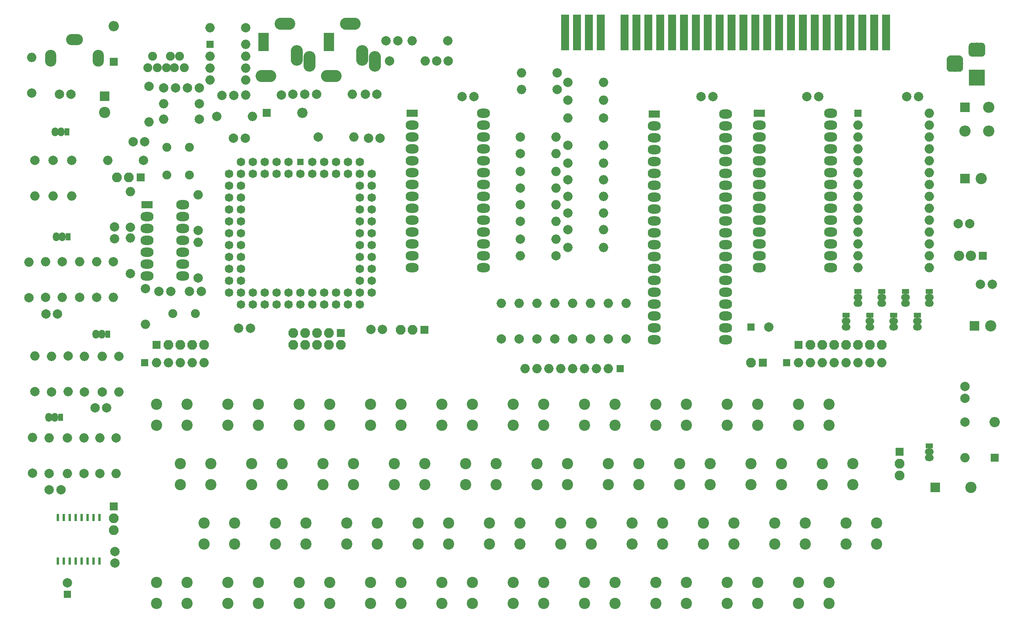
<source format=gbr>
G04 #@! TF.GenerationSoftware,KiCad,Pcbnew,5.0.0-rc2-be01b52~65~ubuntu18.04.1*
G04 #@! TF.CreationDate,2018-06-08T14:45:29+04:00*
G04 #@! TF.ProjectId,max48_ISSUE4,6D617834385F4953535545342E6B6963,rev?*
G04 #@! TF.SameCoordinates,Original*
G04 #@! TF.FileFunction,Soldermask,Top*
G04 #@! TF.FilePolarity,Negative*
%FSLAX46Y46*%
G04 Gerber Fmt 4.6, Leading zero omitted, Abs format (unit mm)*
G04 Created by KiCad (PCBNEW 5.0.0-rc2-be01b52~65~ubuntu18.04.1) date Fri Jun  8 14:45:29 2018*
%MOMM*%
%LPD*%
G01*
G04 APERTURE LIST*
%ADD10C,1.900000*%
%ADD11R,1.778000X7.620000*%
%ADD12R,2.400000X1.600000*%
%ADD13O,2.800000X2.000000*%
%ADD14R,1.600000X1.600000*%
%ADD15C,2.000000*%
%ADD16R,1.500000X1.050000*%
%ADD17O,1.900000X1.450000*%
%ADD18C,2.400000*%
%ADD19O,2.000000X2.000000*%
%ADD20R,2.000000X2.000000*%
%ADD21O,2.400000X2.400000*%
%ADD22R,3.500000X3.500000*%
%ADD23C,0.100000*%
%ADD24C,3.000000*%
%ADD25C,3.500000*%
%ADD26R,1.800000X1.800000*%
%ADD27O,2.200000X2.200000*%
%ADD28R,2.200000X4.000000*%
%ADD29O,4.400000X2.600000*%
%ADD30O,2.600000X4.400000*%
%ADD31R,1.700000X1.700000*%
%ADD32O,2.100000X2.100000*%
%ADD33C,1.822400*%
%ADD34R,1.422400X1.422400*%
%ADD35O,1.450000X1.900000*%
%ADD36R,1.050000X1.500000*%
%ADD37R,0.600000X1.500000*%
%ADD38O,2.398980X3.597860*%
%ADD39O,3.597860X2.398980*%
%ADD40C,1.901140*%
G04 APERTURE END LIST*
D10*
G04 #@! TO.C,Y1*
X66749000Y-57658000D03*
X61849000Y-57658000D03*
G04 #@! TD*
D11*
G04 #@! TO.C,J3*
X215592000Y-27154500D03*
X213052000Y-27154500D03*
X210512000Y-27154500D03*
X207972000Y-27154500D03*
X205432000Y-27154500D03*
X202892000Y-27154500D03*
X200352000Y-27154500D03*
X197812000Y-27154500D03*
X195272000Y-27154500D03*
X192732000Y-27154500D03*
X190192000Y-27154500D03*
X187652000Y-27154500D03*
X185112000Y-27154500D03*
X182572000Y-27154500D03*
X180032000Y-27154500D03*
X177492000Y-27154500D03*
X174952000Y-27154500D03*
X172412000Y-27154500D03*
X169872000Y-27154500D03*
X167332000Y-27154500D03*
X164792000Y-27154500D03*
X162252000Y-27154500D03*
X159712000Y-27154500D03*
X154632000Y-27154500D03*
X152092000Y-27154500D03*
X149552000Y-27154500D03*
X147012000Y-27154500D03*
G04 #@! TD*
D12*
G04 #@! TO.C,U1*
X165989000Y-44577000D03*
D13*
X181229000Y-92837000D03*
X165989000Y-47117000D03*
X181229000Y-90297000D03*
X165989000Y-49657000D03*
X181229000Y-87757000D03*
X165989000Y-52197000D03*
X181229000Y-85217000D03*
X165989000Y-54737000D03*
X181229000Y-82677000D03*
X165989000Y-57277000D03*
X181229000Y-80137000D03*
X165989000Y-59817000D03*
X181229000Y-77597000D03*
X165989000Y-62357000D03*
X181229000Y-75057000D03*
X165989000Y-64897000D03*
X181229000Y-72517000D03*
X165989000Y-67437000D03*
X181229000Y-69977000D03*
X165989000Y-69977000D03*
X181229000Y-67437000D03*
X165989000Y-72517000D03*
X181229000Y-64897000D03*
X165989000Y-75057000D03*
X181229000Y-62357000D03*
X165989000Y-77597000D03*
X181229000Y-59817000D03*
X165989000Y-80137000D03*
X181229000Y-57277000D03*
X165989000Y-82677000D03*
X181229000Y-54737000D03*
X165989000Y-85217000D03*
X181229000Y-52197000D03*
X165989000Y-87757000D03*
X181229000Y-49657000D03*
X165989000Y-90297000D03*
X181229000Y-47117000D03*
X165989000Y-92837000D03*
X181229000Y-44577000D03*
G04 #@! TD*
D14*
G04 #@! TO.C,C1*
X186690000Y-90170000D03*
D15*
X190490000Y-90170000D03*
G04 #@! TD*
D16*
G04 #@! TO.C,Q1*
X207010000Y-87630000D03*
D17*
X207010000Y-90170000D03*
X207010000Y-88900000D03*
G04 #@! TD*
G04 #@! TO.C,Q2*
X209550000Y-83820000D03*
X209550000Y-85090000D03*
D16*
X209550000Y-82550000D03*
G04 #@! TD*
G04 #@! TO.C,Q3*
X212090000Y-87630000D03*
D17*
X212090000Y-90170000D03*
X212090000Y-88900000D03*
G04 #@! TD*
G04 #@! TO.C,Q4*
X214630000Y-83820000D03*
X214630000Y-85090000D03*
D16*
X214630000Y-82550000D03*
G04 #@! TD*
G04 #@! TO.C,Q5*
X217170000Y-87630000D03*
D17*
X217170000Y-90170000D03*
X217170000Y-88900000D03*
G04 #@! TD*
G04 #@! TO.C,Q6*
X219710000Y-83820000D03*
X219710000Y-85090000D03*
D16*
X219710000Y-82550000D03*
G04 #@! TD*
G04 #@! TO.C,Q7*
X222250000Y-87630000D03*
D17*
X222250000Y-90170000D03*
X222250000Y-88900000D03*
G04 #@! TD*
G04 #@! TO.C,Q8*
X224790000Y-83820000D03*
X224790000Y-85090000D03*
D16*
X224790000Y-82550000D03*
G04 #@! TD*
D18*
G04 #@! TO.C,SW1*
X59690000Y-111180000D03*
X59690000Y-106680000D03*
X66190000Y-111180000D03*
X66190000Y-106680000D03*
G04 #@! TD*
G04 #@! TO.C,SW2*
X81430000Y-106680000D03*
X81430000Y-111180000D03*
X74930000Y-106680000D03*
X74930000Y-111180000D03*
G04 #@! TD*
G04 #@! TO.C,SW3*
X90170000Y-111180000D03*
X90170000Y-106680000D03*
X96670000Y-111180000D03*
X96670000Y-106680000D03*
G04 #@! TD*
G04 #@! TO.C,SW4*
X111910000Y-106680000D03*
X111910000Y-111180000D03*
X105410000Y-106680000D03*
X105410000Y-111180000D03*
G04 #@! TD*
G04 #@! TO.C,SW5*
X120650000Y-111180000D03*
X120650000Y-106680000D03*
X127150000Y-111180000D03*
X127150000Y-106680000D03*
G04 #@! TD*
G04 #@! TO.C,SW6*
X135890000Y-111180000D03*
X135890000Y-106680000D03*
X142390000Y-111180000D03*
X142390000Y-106680000D03*
G04 #@! TD*
G04 #@! TO.C,SW7*
X157630000Y-106680000D03*
X157630000Y-111180000D03*
X151130000Y-106680000D03*
X151130000Y-111180000D03*
G04 #@! TD*
G04 #@! TO.C,SW8*
X166370000Y-111180000D03*
X166370000Y-106680000D03*
X172870000Y-111180000D03*
X172870000Y-106680000D03*
G04 #@! TD*
G04 #@! TO.C,SW9*
X188110000Y-106680000D03*
X188110000Y-111180000D03*
X181610000Y-106680000D03*
X181610000Y-111180000D03*
G04 #@! TD*
G04 #@! TO.C,SW10*
X196850000Y-111180000D03*
X196850000Y-106680000D03*
X203350000Y-111180000D03*
X203350000Y-106680000D03*
G04 #@! TD*
G04 #@! TO.C,SW11*
X71270000Y-119380000D03*
X71270000Y-123880000D03*
X64770000Y-119380000D03*
X64770000Y-123880000D03*
G04 #@! TD*
G04 #@! TO.C,SW12*
X80010000Y-123880000D03*
X80010000Y-119380000D03*
X86510000Y-123880000D03*
X86510000Y-119380000D03*
G04 #@! TD*
G04 #@! TO.C,SW13*
X101750000Y-119380000D03*
X101750000Y-123880000D03*
X95250000Y-119380000D03*
X95250000Y-123880000D03*
G04 #@! TD*
G04 #@! TO.C,SW14*
X110490000Y-123880000D03*
X110490000Y-119380000D03*
X116990000Y-123880000D03*
X116990000Y-119380000D03*
G04 #@! TD*
G04 #@! TO.C,SW15*
X132230000Y-119380000D03*
X132230000Y-123880000D03*
X125730000Y-119380000D03*
X125730000Y-123880000D03*
G04 #@! TD*
G04 #@! TO.C,SW16*
X147470000Y-119380000D03*
X147470000Y-123880000D03*
X140970000Y-119380000D03*
X140970000Y-123880000D03*
G04 #@! TD*
G04 #@! TO.C,SW17*
X156210000Y-123880000D03*
X156210000Y-119380000D03*
X162710000Y-123880000D03*
X162710000Y-119380000D03*
G04 #@! TD*
G04 #@! TO.C,SW18*
X177950000Y-119380000D03*
X177950000Y-123880000D03*
X171450000Y-119380000D03*
X171450000Y-123880000D03*
G04 #@! TD*
G04 #@! TO.C,SW19*
X186690000Y-123880000D03*
X186690000Y-119380000D03*
X193190000Y-123880000D03*
X193190000Y-119380000D03*
G04 #@! TD*
G04 #@! TO.C,SW20*
X208430000Y-119380000D03*
X208430000Y-123880000D03*
X201930000Y-119380000D03*
X201930000Y-123880000D03*
G04 #@! TD*
G04 #@! TO.C,SW21*
X76350000Y-132080000D03*
X76350000Y-136580000D03*
X69850000Y-132080000D03*
X69850000Y-136580000D03*
G04 #@! TD*
G04 #@! TO.C,SW22*
X85090000Y-136580000D03*
X85090000Y-132080000D03*
X91590000Y-136580000D03*
X91590000Y-132080000D03*
G04 #@! TD*
G04 #@! TO.C,SW23*
X106830000Y-132080000D03*
X106830000Y-136580000D03*
X100330000Y-132080000D03*
X100330000Y-136580000D03*
G04 #@! TD*
G04 #@! TO.C,SW24*
X115570000Y-136580000D03*
X115570000Y-132080000D03*
X122070000Y-136580000D03*
X122070000Y-132080000D03*
G04 #@! TD*
G04 #@! TO.C,SW25*
X137310000Y-132080000D03*
X137310000Y-136580000D03*
X130810000Y-132080000D03*
X130810000Y-136580000D03*
G04 #@! TD*
G04 #@! TO.C,SW26*
X152550000Y-132080000D03*
X152550000Y-136580000D03*
X146050000Y-132080000D03*
X146050000Y-136580000D03*
G04 #@! TD*
G04 #@! TO.C,SW27*
X161290000Y-136580000D03*
X161290000Y-132080000D03*
X167790000Y-136580000D03*
X167790000Y-132080000D03*
G04 #@! TD*
G04 #@! TO.C,SW28*
X183030000Y-132080000D03*
X183030000Y-136580000D03*
X176530000Y-132080000D03*
X176530000Y-136580000D03*
G04 #@! TD*
G04 #@! TO.C,SW29*
X191770000Y-136580000D03*
X191770000Y-132080000D03*
X198270000Y-136580000D03*
X198270000Y-132080000D03*
G04 #@! TD*
G04 #@! TO.C,SW30*
X213510000Y-132080000D03*
X213510000Y-136580000D03*
X207010000Y-132080000D03*
X207010000Y-136580000D03*
G04 #@! TD*
G04 #@! TO.C,SW31*
X59690000Y-149280000D03*
X59690000Y-144780000D03*
X66190000Y-149280000D03*
X66190000Y-144780000D03*
G04 #@! TD*
G04 #@! TO.C,SW32*
X81430000Y-144780000D03*
X81430000Y-149280000D03*
X74930000Y-144780000D03*
X74930000Y-149280000D03*
G04 #@! TD*
G04 #@! TO.C,SW33*
X90170000Y-149280000D03*
X90170000Y-144780000D03*
X96670000Y-149280000D03*
X96670000Y-144780000D03*
G04 #@! TD*
G04 #@! TO.C,SW34*
X111910000Y-144780000D03*
X111910000Y-149280000D03*
X105410000Y-144780000D03*
X105410000Y-149280000D03*
G04 #@! TD*
G04 #@! TO.C,SW35*
X120650000Y-149280000D03*
X120650000Y-144780000D03*
X127150000Y-149280000D03*
X127150000Y-144780000D03*
G04 #@! TD*
G04 #@! TO.C,SW36*
X135890000Y-149280000D03*
X135890000Y-144780000D03*
X142390000Y-149280000D03*
X142390000Y-144780000D03*
G04 #@! TD*
G04 #@! TO.C,SW37*
X157630000Y-144780000D03*
X157630000Y-149280000D03*
X151130000Y-144780000D03*
X151130000Y-149280000D03*
G04 #@! TD*
G04 #@! TO.C,SW38*
X166370000Y-149280000D03*
X166370000Y-144780000D03*
X172870000Y-149280000D03*
X172870000Y-144780000D03*
G04 #@! TD*
G04 #@! TO.C,SW39*
X188110000Y-144780000D03*
X188110000Y-149280000D03*
X181610000Y-144780000D03*
X181610000Y-149280000D03*
G04 #@! TD*
G04 #@! TO.C,SW40*
X196850000Y-149280000D03*
X196850000Y-144780000D03*
X203350000Y-149280000D03*
X203350000Y-144780000D03*
G04 #@! TD*
D14*
G04 #@! TO.C,RN1*
X194310000Y-97790000D03*
D19*
X196850000Y-97790000D03*
X199390000Y-97790000D03*
X201930000Y-97790000D03*
X204470000Y-97790000D03*
X207010000Y-97790000D03*
X209550000Y-97790000D03*
X212090000Y-97790000D03*
X214630000Y-97790000D03*
G04 #@! TD*
D14*
G04 #@! TO.C,RN2*
X57150000Y-97790000D03*
D19*
X59690000Y-97790000D03*
X62230000Y-97790000D03*
X64770000Y-97790000D03*
X67310000Y-97790000D03*
X69850000Y-97790000D03*
G04 #@! TD*
G04 #@! TO.C,R1*
X137668000Y-39370000D03*
D15*
X145288000Y-39370000D03*
G04 #@! TD*
G04 #@! TO.C,R2*
X145288000Y-35814000D03*
D19*
X137668000Y-35814000D03*
G04 #@! TD*
G04 #@! TO.C,R3*
X155194000Y-41656000D03*
D15*
X147574000Y-41656000D03*
G04 #@! TD*
G04 #@! TO.C,R4*
X147574000Y-37846000D03*
D19*
X155194000Y-37846000D03*
G04 #@! TD*
D20*
G04 #@! TO.C,C2*
X232410000Y-58420000D03*
D18*
X235910000Y-58420000D03*
G04 #@! TD*
D15*
G04 #@! TO.C,C3*
X235712000Y-81026000D03*
X238212000Y-81026000D03*
G04 #@! TD*
D21*
G04 #@! TO.C,D1*
X237490000Y-43180000D03*
X232410000Y-48260000D03*
X237490000Y-48260000D03*
D20*
X232410000Y-43180000D03*
G04 #@! TD*
D22*
G04 #@! TO.C,J4*
X234950000Y-36830000D03*
D23*
G36*
X236023513Y-29333611D02*
X236096318Y-29344411D01*
X236167714Y-29362295D01*
X236237013Y-29387090D01*
X236303548Y-29418559D01*
X236366678Y-29456398D01*
X236425795Y-29500242D01*
X236480330Y-29549670D01*
X236529758Y-29604205D01*
X236573602Y-29663322D01*
X236611441Y-29726452D01*
X236642910Y-29792987D01*
X236667705Y-29862286D01*
X236685589Y-29933682D01*
X236696389Y-30006487D01*
X236700000Y-30080000D01*
X236700000Y-31580000D01*
X236696389Y-31653513D01*
X236685589Y-31726318D01*
X236667705Y-31797714D01*
X236642910Y-31867013D01*
X236611441Y-31933548D01*
X236573602Y-31996678D01*
X236529758Y-32055795D01*
X236480330Y-32110330D01*
X236425795Y-32159758D01*
X236366678Y-32203602D01*
X236303548Y-32241441D01*
X236237013Y-32272910D01*
X236167714Y-32297705D01*
X236096318Y-32315589D01*
X236023513Y-32326389D01*
X235950000Y-32330000D01*
X233950000Y-32330000D01*
X233876487Y-32326389D01*
X233803682Y-32315589D01*
X233732286Y-32297705D01*
X233662987Y-32272910D01*
X233596452Y-32241441D01*
X233533322Y-32203602D01*
X233474205Y-32159758D01*
X233419670Y-32110330D01*
X233370242Y-32055795D01*
X233326398Y-31996678D01*
X233288559Y-31933548D01*
X233257090Y-31867013D01*
X233232295Y-31797714D01*
X233214411Y-31726318D01*
X233203611Y-31653513D01*
X233200000Y-31580000D01*
X233200000Y-30080000D01*
X233203611Y-30006487D01*
X233214411Y-29933682D01*
X233232295Y-29862286D01*
X233257090Y-29792987D01*
X233288559Y-29726452D01*
X233326398Y-29663322D01*
X233370242Y-29604205D01*
X233419670Y-29549670D01*
X233474205Y-29500242D01*
X233533322Y-29456398D01*
X233596452Y-29418559D01*
X233662987Y-29387090D01*
X233732286Y-29362295D01*
X233803682Y-29344411D01*
X233876487Y-29333611D01*
X233950000Y-29330000D01*
X235950000Y-29330000D01*
X236023513Y-29333611D01*
X236023513Y-29333611D01*
G37*
D24*
X234950000Y-30830000D03*
D23*
G36*
X231210765Y-32084213D02*
X231295704Y-32096813D01*
X231378999Y-32117677D01*
X231459848Y-32146605D01*
X231537472Y-32183319D01*
X231611124Y-32227464D01*
X231680094Y-32278616D01*
X231743718Y-32336282D01*
X231801384Y-32399906D01*
X231852536Y-32468876D01*
X231896681Y-32542528D01*
X231933395Y-32620152D01*
X231962323Y-32701001D01*
X231983187Y-32784296D01*
X231995787Y-32869235D01*
X232000000Y-32955000D01*
X232000000Y-34705000D01*
X231995787Y-34790765D01*
X231983187Y-34875704D01*
X231962323Y-34958999D01*
X231933395Y-35039848D01*
X231896681Y-35117472D01*
X231852536Y-35191124D01*
X231801384Y-35260094D01*
X231743718Y-35323718D01*
X231680094Y-35381384D01*
X231611124Y-35432536D01*
X231537472Y-35476681D01*
X231459848Y-35513395D01*
X231378999Y-35542323D01*
X231295704Y-35563187D01*
X231210765Y-35575787D01*
X231125000Y-35580000D01*
X229375000Y-35580000D01*
X229289235Y-35575787D01*
X229204296Y-35563187D01*
X229121001Y-35542323D01*
X229040152Y-35513395D01*
X228962528Y-35476681D01*
X228888876Y-35432536D01*
X228819906Y-35381384D01*
X228756282Y-35323718D01*
X228698616Y-35260094D01*
X228647464Y-35191124D01*
X228603319Y-35117472D01*
X228566605Y-35039848D01*
X228537677Y-34958999D01*
X228516813Y-34875704D01*
X228504213Y-34790765D01*
X228500000Y-34705000D01*
X228500000Y-32955000D01*
X228504213Y-32869235D01*
X228516813Y-32784296D01*
X228537677Y-32701001D01*
X228566605Y-32620152D01*
X228603319Y-32542528D01*
X228647464Y-32468876D01*
X228698616Y-32399906D01*
X228756282Y-32336282D01*
X228819906Y-32278616D01*
X228888876Y-32227464D01*
X228962528Y-32183319D01*
X229040152Y-32146605D01*
X229121001Y-32117677D01*
X229204296Y-32096813D01*
X229289235Y-32084213D01*
X229375000Y-32080000D01*
X231125000Y-32080000D01*
X231210765Y-32084213D01*
X231210765Y-32084213D01*
G37*
D25*
X230250000Y-33830000D03*
G04 #@! TD*
D26*
G04 #@! TO.C,U2*
X236220000Y-74930000D03*
D27*
X233680000Y-74930000D03*
X231140000Y-74930000D03*
G04 #@! TD*
D28*
G04 #@! TO.C,J5*
X82550000Y-29210000D03*
D29*
X83050000Y-36510000D03*
D30*
X89650000Y-32110000D03*
X92350000Y-33310000D03*
D29*
X87150000Y-25310000D03*
G04 #@! TD*
G04 #@! TO.C,J6*
X101120000Y-25310000D03*
D30*
X106320000Y-33310000D03*
X103620000Y-32110000D03*
D29*
X97020000Y-36510000D03*
D28*
X96520000Y-29210000D03*
G04 #@! TD*
D31*
G04 #@! TO.C,J8*
X189230000Y-97790000D03*
D32*
X186690000Y-97790000D03*
G04 #@! TD*
D15*
G04 #@! TO.C,C4*
X232410000Y-102870000D03*
X232410000Y-105370000D03*
G04 #@! TD*
D31*
G04 #@! TO.C,J9*
X218440000Y-116840000D03*
D32*
X218440000Y-119380000D03*
X218440000Y-121920000D03*
G04 #@! TD*
D20*
G04 #@! TO.C,LS1*
X226060000Y-124460000D03*
D18*
X233660000Y-124460000D03*
G04 #@! TD*
D17*
G04 #@! TO.C,Q9*
X224790000Y-116840000D03*
X224790000Y-118110000D03*
D16*
X224790000Y-115570000D03*
G04 #@! TD*
D15*
G04 #@! TO.C,R5*
X232410000Y-110490000D03*
D19*
X232410000Y-118110000D03*
G04 #@! TD*
D14*
G04 #@! TO.C,RN3*
X158750000Y-99060000D03*
D19*
X156210000Y-99060000D03*
X153670000Y-99060000D03*
X151130000Y-99060000D03*
X148590000Y-99060000D03*
X146050000Y-99060000D03*
X143510000Y-99060000D03*
X140970000Y-99060000D03*
X138430000Y-99060000D03*
G04 #@! TD*
D14*
G04 #@! TO.C,U3*
X209550000Y-44450000D03*
D19*
X224790000Y-77470000D03*
X209550000Y-46990000D03*
X224790000Y-74930000D03*
X209550000Y-49530000D03*
X224790000Y-72390000D03*
X209550000Y-52070000D03*
X224790000Y-69850000D03*
X209550000Y-54610000D03*
X224790000Y-67310000D03*
X209550000Y-57150000D03*
X224790000Y-64770000D03*
X209550000Y-59690000D03*
X224790000Y-62230000D03*
X209550000Y-62230000D03*
X224790000Y-59690000D03*
X209550000Y-64770000D03*
X224790000Y-57150000D03*
X209550000Y-67310000D03*
X224790000Y-54610000D03*
X209550000Y-69850000D03*
X224790000Y-52070000D03*
X209550000Y-72390000D03*
X224790000Y-49530000D03*
X209550000Y-74930000D03*
X224790000Y-46990000D03*
X209550000Y-77470000D03*
X224790000Y-44450000D03*
G04 #@! TD*
D15*
G04 #@! TO.C,R6*
X137414000Y-49530000D03*
D19*
X145034000Y-49530000D03*
G04 #@! TD*
G04 #@! TO.C,R7*
X160020000Y-85090000D03*
D15*
X160020000Y-92710000D03*
G04 #@! TD*
G04 #@! TO.C,R8*
X147574000Y-51308000D03*
D19*
X155194000Y-51308000D03*
G04 #@! TD*
D15*
G04 #@! TO.C,R9*
X156210000Y-92710000D03*
D19*
X156210000Y-85090000D03*
G04 #@! TD*
G04 #@! TO.C,R10*
X145034000Y-53086000D03*
D15*
X137414000Y-53086000D03*
G04 #@! TD*
D19*
G04 #@! TO.C,R11*
X152400000Y-85090000D03*
D15*
X152400000Y-92710000D03*
G04 #@! TD*
G04 #@! TO.C,R12*
X147574000Y-55118000D03*
D19*
X155194000Y-55118000D03*
G04 #@! TD*
D15*
G04 #@! TO.C,R13*
X148590000Y-92710000D03*
D19*
X148590000Y-85090000D03*
G04 #@! TD*
G04 #@! TO.C,R14*
X145034000Y-56896000D03*
D15*
X137414000Y-56896000D03*
G04 #@! TD*
D19*
G04 #@! TO.C,R15*
X144780000Y-85090000D03*
D15*
X144780000Y-92710000D03*
G04 #@! TD*
G04 #@! TO.C,R16*
X147574000Y-58674000D03*
D19*
X155194000Y-58674000D03*
G04 #@! TD*
D15*
G04 #@! TO.C,R17*
X140970000Y-92710000D03*
D19*
X140970000Y-85090000D03*
G04 #@! TD*
G04 #@! TO.C,R18*
X145034000Y-60452000D03*
D15*
X137414000Y-60452000D03*
G04 #@! TD*
D19*
G04 #@! TO.C,R19*
X137160000Y-85090000D03*
D15*
X137160000Y-92710000D03*
G04 #@! TD*
G04 #@! TO.C,R20*
X147574000Y-62230000D03*
D19*
X155194000Y-62230000D03*
G04 #@! TD*
D15*
G04 #@! TO.C,R21*
X133350000Y-92710000D03*
D19*
X133350000Y-85090000D03*
G04 #@! TD*
G04 #@! TO.C,R22*
X145034000Y-64008000D03*
D15*
X137414000Y-64008000D03*
G04 #@! TD*
D19*
G04 #@! TO.C,R23*
X155194000Y-65786000D03*
D15*
X147574000Y-65786000D03*
G04 #@! TD*
D19*
G04 #@! TO.C,R24*
X145034000Y-67564000D03*
D15*
X137414000Y-67564000D03*
G04 #@! TD*
G04 #@! TO.C,R25*
X147574000Y-69342000D03*
D19*
X155194000Y-69342000D03*
G04 #@! TD*
G04 #@! TO.C,R26*
X145034000Y-71374000D03*
D15*
X137414000Y-71374000D03*
G04 #@! TD*
G04 #@! TO.C,R27*
X147574000Y-73152000D03*
D19*
X155194000Y-73152000D03*
G04 #@! TD*
D15*
G04 #@! TO.C,C5*
X50673000Y-71247000D03*
X50673000Y-68747000D03*
G04 #@! TD*
D31*
G04 #@! TO.C,J10*
X99060000Y-91440000D03*
D32*
X99060000Y-93980000D03*
X96520000Y-91440000D03*
X96520000Y-93980000D03*
X93980000Y-91440000D03*
X93980000Y-93980000D03*
X91440000Y-91440000D03*
X91440000Y-93980000D03*
X88900000Y-91440000D03*
X88900000Y-93980000D03*
G04 #@! TD*
D15*
G04 #@! TO.C,R28*
X94234000Y-49530000D03*
D19*
X101854000Y-49530000D03*
G04 #@! TD*
G04 #@! TO.C,R29*
X54102000Y-61214000D03*
D15*
X54102000Y-68834000D03*
G04 #@! TD*
G04 #@! TO.C,R30*
X54102000Y-78740000D03*
D19*
X54102000Y-71120000D03*
G04 #@! TD*
D12*
G04 #@! TO.C,U6*
X57658000Y-64008000D03*
D13*
X65278000Y-79248000D03*
X57658000Y-66548000D03*
X65278000Y-76708000D03*
X57658000Y-69088000D03*
X65278000Y-74168000D03*
X57658000Y-71628000D03*
X65278000Y-71628000D03*
X57658000Y-74168000D03*
X65278000Y-69088000D03*
X57658000Y-76708000D03*
X65278000Y-66548000D03*
X57658000Y-79248000D03*
X65278000Y-64008000D03*
G04 #@! TD*
D33*
G04 #@! TO.C,U7*
X90424000Y-57404000D03*
X87884000Y-57404000D03*
X85344000Y-57404000D03*
X82804000Y-57404000D03*
X80264000Y-57404000D03*
X92964000Y-57404000D03*
X95504000Y-57404000D03*
X98044000Y-57404000D03*
X100584000Y-57404000D03*
X103124000Y-57404000D03*
X105664000Y-57404000D03*
D34*
X90424000Y-54864000D03*
D33*
X87884000Y-54864000D03*
X85344000Y-54864000D03*
X82804000Y-54864000D03*
X80264000Y-54864000D03*
X77724000Y-54864000D03*
X92964000Y-54864000D03*
X95504000Y-54864000D03*
X98044000Y-54864000D03*
X100584000Y-54864000D03*
X103124000Y-54864000D03*
X77724000Y-57404000D03*
X77724000Y-59944000D03*
X77724000Y-62484000D03*
X77724000Y-65024000D03*
X77724000Y-67564000D03*
X77724000Y-70104000D03*
X77724000Y-72644000D03*
X77724000Y-75184000D03*
X77724000Y-77724000D03*
X77724000Y-80264000D03*
X75184000Y-57404000D03*
X75184000Y-59944000D03*
X75184000Y-62484000D03*
X75184000Y-65024000D03*
X75184000Y-67564000D03*
X75184000Y-70104000D03*
X75184000Y-72644000D03*
X75184000Y-75184000D03*
X75184000Y-77724000D03*
X75184000Y-80264000D03*
X75184000Y-82804000D03*
X77724000Y-82804000D03*
X80264000Y-82804000D03*
X82804000Y-82804000D03*
X85344000Y-82804000D03*
X87884000Y-82804000D03*
X90424000Y-82804000D03*
X92964000Y-82804000D03*
X95504000Y-82804000D03*
X98044000Y-82804000D03*
X100584000Y-82804000D03*
X77724000Y-85344000D03*
X80264000Y-85344000D03*
X82804000Y-85344000D03*
X85344000Y-85344000D03*
X87884000Y-85344000D03*
X90424000Y-85344000D03*
X92964000Y-85344000D03*
X95504000Y-85344000D03*
X98044000Y-85344000D03*
X100584000Y-85344000D03*
X103124000Y-85344000D03*
X103124000Y-82804000D03*
X103124000Y-80264000D03*
X103124000Y-77724000D03*
X103124000Y-75184000D03*
X103124000Y-72644000D03*
X103124000Y-70104000D03*
X103124000Y-67564000D03*
X103124000Y-65024000D03*
X103124000Y-62484000D03*
X103124000Y-59944000D03*
X105664000Y-82804000D03*
X105664000Y-80264000D03*
X105664000Y-77724000D03*
X105664000Y-75184000D03*
X105664000Y-72644000D03*
X105664000Y-70104000D03*
X105664000Y-67564000D03*
X105664000Y-65024000D03*
X105664000Y-62484000D03*
X105664000Y-59944000D03*
G04 #@! TD*
D15*
G04 #@! TO.C,C6*
X233426000Y-68072000D03*
X230926000Y-68072000D03*
G04 #@! TD*
D20*
G04 #@! TO.C,C7*
X234442000Y-89916000D03*
D18*
X237942000Y-89916000D03*
G04 #@! TD*
D19*
G04 #@! TO.C,R31*
X137414000Y-74930000D03*
D15*
X145034000Y-74930000D03*
G04 #@! TD*
G04 #@! TO.C,R32*
X155194000Y-45466000D03*
D19*
X147574000Y-45466000D03*
G04 #@! TD*
D15*
G04 #@! TO.C,C8*
X198628000Y-40894000D03*
X201128000Y-40894000D03*
G04 #@! TD*
G04 #@! TO.C,C9*
X105450000Y-90678000D03*
X107950000Y-90678000D03*
G04 #@! TD*
G04 #@! TO.C,C10*
X222464000Y-40894000D03*
X219964000Y-40894000D03*
G04 #@! TD*
G04 #@! TO.C,C11*
X176022000Y-40894000D03*
X178522000Y-40894000D03*
G04 #@! TD*
G04 #@! TO.C,C12*
X124968000Y-40894000D03*
X127468000Y-40894000D03*
G04 #@! TD*
G04 #@! TO.C,C13*
X76160000Y-40640000D03*
X73660000Y-40640000D03*
G04 #@! TD*
G04 #@! TO.C,C14*
X66294000Y-38989000D03*
X68794000Y-38989000D03*
G04 #@! TD*
G04 #@! TO.C,C15*
X91313000Y-40386000D03*
X88813000Y-40386000D03*
G04 #@! TD*
G04 #@! TO.C,C16*
X106767000Y-40386000D03*
X104267000Y-40386000D03*
G04 #@! TD*
G04 #@! TO.C,C17*
X111212000Y-28956000D03*
X108712000Y-28956000D03*
G04 #@! TD*
G04 #@! TO.C,C18*
X119507000Y-33274000D03*
X122007000Y-33274000D03*
G04 #@! TD*
G04 #@! TO.C,C19*
X61214000Y-38989000D03*
X63714000Y-38989000D03*
G04 #@! TD*
D19*
G04 #@! TO.C,R33*
X101473000Y-40386000D03*
D15*
X93853000Y-40386000D03*
G04 #@! TD*
G04 #@! TO.C,R34*
X86360000Y-40513000D03*
D19*
X78740000Y-40513000D03*
G04 #@! TD*
G04 #@! TO.C,R35*
X71120000Y-26162000D03*
D15*
X78740000Y-26162000D03*
G04 #@! TD*
G04 #@! TO.C,R36*
X109474000Y-33274000D03*
D19*
X117094000Y-33274000D03*
G04 #@! TD*
G04 #@! TO.C,R37*
X114300000Y-28956000D03*
D15*
X121920000Y-28956000D03*
G04 #@! TD*
G04 #@! TO.C,R38*
X68834000Y-42418000D03*
D19*
X61214000Y-42418000D03*
G04 #@! TD*
D15*
G04 #@! TO.C,R39*
X68834000Y-45720000D03*
D19*
X61214000Y-45720000D03*
G04 #@! TD*
D14*
G04 #@! TO.C,U8*
X71120000Y-29718000D03*
D19*
X78740000Y-37338000D03*
X71120000Y-32258000D03*
X78740000Y-34798000D03*
X71120000Y-34798000D03*
X78740000Y-32258000D03*
X71120000Y-37338000D03*
X78740000Y-29718000D03*
G04 #@! TD*
D15*
G04 #@! TO.C,C20*
X77216000Y-90424000D03*
X79716000Y-90424000D03*
G04 #@! TD*
G04 #@! TO.C,C21*
X107442000Y-49784000D03*
X104942000Y-49784000D03*
G04 #@! TD*
G04 #@! TO.C,C22*
X76113000Y-49784000D03*
X78613000Y-49784000D03*
G04 #@! TD*
G04 #@! TO.C,C23*
X69215000Y-82550000D03*
X66715000Y-82550000D03*
G04 #@! TD*
G04 #@! TO.C,C24*
X54650000Y-50546000D03*
X57150000Y-50546000D03*
G04 #@! TD*
D19*
G04 #@! TO.C,R40*
X57277000Y-89535000D03*
D15*
X57277000Y-81915000D03*
G04 #@! TD*
D19*
G04 #@! TO.C,R41*
X68580000Y-72009000D03*
D15*
X68580000Y-79629000D03*
G04 #@! TD*
G04 #@! TO.C,R42*
X68580000Y-69469000D03*
D19*
X68580000Y-61849000D03*
G04 #@! TD*
D15*
G04 #@! TO.C,R43*
X56896000Y-54483000D03*
D19*
X49276000Y-54483000D03*
G04 #@! TD*
D10*
G04 #@! TO.C,Y2*
X63119000Y-87249000D03*
X68019000Y-87249000D03*
G04 #@! TD*
G04 #@! TO.C,Y3*
X66749000Y-51689000D03*
X61849000Y-51689000D03*
G04 #@! TD*
D15*
G04 #@! TO.C,C25*
X60198000Y-82550000D03*
X62698000Y-82550000D03*
G04 #@! TD*
D31*
G04 #@! TO.C,J1*
X59690000Y-93980000D03*
D32*
X62230000Y-93980000D03*
X64770000Y-93980000D03*
X67310000Y-93980000D03*
X69850000Y-93980000D03*
G04 #@! TD*
D31*
G04 #@! TO.C,J2*
X196850000Y-93980000D03*
D32*
X199390000Y-93980000D03*
X201930000Y-93980000D03*
X204470000Y-93980000D03*
X207010000Y-93980000D03*
X209550000Y-93980000D03*
X212090000Y-93980000D03*
X214630000Y-93980000D03*
G04 #@! TD*
D31*
G04 #@! TO.C,J11*
X56261000Y-58166000D03*
D32*
X53721000Y-58166000D03*
X51181000Y-58166000D03*
G04 #@! TD*
D15*
G04 #@! TO.C,C26*
X50787300Y-140625000D03*
X50787300Y-138125000D03*
G04 #@! TD*
D14*
G04 #@! TO.C,C27*
X40640000Y-147320000D03*
D15*
X40640000Y-144820000D03*
G04 #@! TD*
G04 #@! TO.C,C28*
X36019100Y-87376000D03*
X38519100Y-87376000D03*
G04 #@! TD*
D20*
G04 #@! TO.C,C29*
X48564800Y-40779700D03*
D18*
X48564800Y-44279700D03*
G04 #@! TD*
D15*
G04 #@! TO.C,C30*
X49022000Y-107442000D03*
X46522000Y-107442000D03*
G04 #@! TD*
G04 #@! TO.C,C31*
X41402000Y-40386000D03*
X38902000Y-40386000D03*
G04 #@! TD*
G04 #@! TO.C,C32*
X39268400Y-124930000D03*
X36768400Y-124930000D03*
G04 #@! TD*
D26*
G04 #@! TO.C,D4*
X50546000Y-33401000D03*
D27*
X50546000Y-25781000D03*
G04 #@! TD*
D32*
G04 #@! TO.C,J13*
X50520600Y-133604000D03*
X50520600Y-131064000D03*
D31*
X50520600Y-128524000D03*
G04 #@! TD*
G04 #@! TO.C,J14*
X116916000Y-90792300D03*
D32*
X114376000Y-90792300D03*
X111836000Y-90792300D03*
G04 #@! TD*
D35*
G04 #@! TO.C,Q10*
X39535100Y-70866000D03*
X38265100Y-70866000D03*
D36*
X40805100Y-70866000D03*
G04 #@! TD*
G04 #@! TO.C,Q11*
X49276000Y-91694000D03*
D35*
X46736000Y-91694000D03*
X48006000Y-91694000D03*
G04 #@! TD*
G04 #@! TO.C,Q12*
X37909500Y-109449000D03*
X36639500Y-109449000D03*
D36*
X39179500Y-109449000D03*
G04 #@! TD*
G04 #@! TO.C,Q13*
X40513000Y-48387000D03*
D35*
X37973000Y-48387000D03*
X39243000Y-48387000D03*
G04 #@! TD*
D15*
G04 #@! TO.C,R44*
X46901100Y-83820000D03*
D19*
X46901100Y-76200000D03*
G04 #@! TD*
G04 #@! TO.C,R45*
X48094900Y-96406000D03*
D15*
X48094900Y-104026000D03*
G04 #@! TD*
G04 #@! TO.C,R46*
X43218100Y-83820000D03*
D19*
X43218100Y-76200000D03*
G04 #@! TD*
G04 #@! TO.C,R47*
X35979100Y-76200000D03*
D15*
X35979100Y-83820000D03*
G04 #@! TD*
D19*
G04 #@! TO.C,R48*
X44284900Y-96406000D03*
D15*
X44284900Y-104026000D03*
G04 #@! TD*
D19*
G04 #@! TO.C,R49*
X33020000Y-32512000D03*
D15*
X33020000Y-40132000D03*
G04 #@! TD*
G04 #@! TO.C,R50*
X37236400Y-104026000D03*
D19*
X37236400Y-96406000D03*
G04 #@! TD*
D15*
G04 #@! TO.C,R51*
X44196000Y-121476000D03*
D19*
X44196000Y-113856000D03*
G04 #@! TD*
G04 #@! TO.C,R52*
X36728400Y-113881000D03*
D15*
X36728400Y-121501000D03*
G04 #@! TD*
G04 #@! TO.C,R53*
X50457100Y-76200000D03*
D19*
X50457100Y-83820000D03*
G04 #@! TD*
G04 #@! TO.C,R54*
X51650900Y-104025700D03*
D15*
X51650900Y-96405700D03*
G04 #@! TD*
D19*
G04 #@! TO.C,R55*
X51003200Y-121450000D03*
D15*
X51003200Y-113830000D03*
G04 #@! TD*
G04 #@! TO.C,R56*
X39509700Y-76149200D03*
D19*
X39509700Y-83769200D03*
G04 #@! TD*
G04 #@! TO.C,R57*
X40767000Y-103974900D03*
D15*
X40767000Y-96354900D03*
G04 #@! TD*
G04 #@! TO.C,R58*
X40665400Y-113881000D03*
D19*
X40665400Y-121501000D03*
G04 #@! TD*
D15*
G04 #@! TO.C,R59*
X32448500Y-83870800D03*
D19*
X32448500Y-76250800D03*
G04 #@! TD*
G04 #@! TO.C,R60*
X33655000Y-96368000D03*
D15*
X33655000Y-103988000D03*
G04 #@! TD*
G04 #@! TO.C,R61*
X58039000Y-38658800D03*
D19*
X58039000Y-46278800D03*
G04 #@! TD*
G04 #@! TO.C,R62*
X80149700Y-45135800D03*
D15*
X72529700Y-45135800D03*
G04 #@! TD*
D19*
G04 #@! TO.C,R63*
X33655000Y-62103000D03*
D15*
X33655000Y-54483000D03*
G04 #@! TD*
G04 #@! TO.C,R64*
X33172400Y-121387000D03*
D19*
X33172400Y-113767000D03*
G04 #@! TD*
D15*
G04 #@! TO.C,R65*
X37592000Y-54483000D03*
D19*
X37592000Y-62103000D03*
G04 #@! TD*
G04 #@! TO.C,R66*
X41529000Y-62103000D03*
D15*
X41529000Y-54483000D03*
G04 #@! TD*
G04 #@! TO.C,R67*
X47586900Y-121476000D03*
D19*
X47586900Y-113856000D03*
G04 #@! TD*
D37*
G04 #@! TO.C,U9*
X47498000Y-130859000D03*
X46228000Y-130859000D03*
X44958000Y-130859000D03*
X43688000Y-130859000D03*
X42418000Y-130859000D03*
X41148000Y-130859000D03*
X39878000Y-130859000D03*
X38608000Y-130859000D03*
X38608000Y-140159000D03*
X39878000Y-140159000D03*
X41148000Y-140159000D03*
X42418000Y-140159000D03*
X43688000Y-140159000D03*
X44958000Y-140159000D03*
X46228000Y-140159000D03*
X47498000Y-140159000D03*
G04 #@! TD*
D26*
G04 #@! TO.C,D2*
X238760000Y-118110000D03*
D27*
X238760000Y-110490000D03*
G04 #@! TD*
G04 #@! TO.C,D3*
X90830400Y-44323000D03*
D26*
X83210400Y-44323000D03*
G04 #@! TD*
D38*
G04 #@! TO.C,J7*
X37109400Y-32699960D03*
D39*
X42164000Y-28702000D03*
D38*
X47218600Y-32699960D03*
G04 #@! TD*
D40*
G04 #@! TO.C,J12*
X64622680Y-32224980D03*
X62621160Y-32224980D03*
X58821320Y-32224980D03*
X61821060Y-34726880D03*
X59822080Y-34726880D03*
X65620900Y-34726880D03*
X63522860Y-34726880D03*
X57823100Y-34726880D03*
G04 #@! TD*
D12*
G04 #@! TO.C,U4*
X114300000Y-44450000D03*
D13*
X129540000Y-77470000D03*
X114300000Y-46990000D03*
X129540000Y-74930000D03*
X114300000Y-49530000D03*
X129540000Y-72390000D03*
X114300000Y-52070000D03*
X129540000Y-69850000D03*
X114300000Y-54610000D03*
X129540000Y-67310000D03*
X114300000Y-57150000D03*
X129540000Y-64770000D03*
X114300000Y-59690000D03*
X129540000Y-62230000D03*
X114300000Y-62230000D03*
X129540000Y-59690000D03*
X114300000Y-64770000D03*
X129540000Y-57150000D03*
X114300000Y-67310000D03*
X129540000Y-54610000D03*
X114300000Y-69850000D03*
X129540000Y-52070000D03*
X114300000Y-72390000D03*
X129540000Y-49530000D03*
X114300000Y-74930000D03*
X129540000Y-46990000D03*
X114300000Y-77470000D03*
X129540000Y-44450000D03*
G04 #@! TD*
G04 #@! TO.C,U5*
X203708000Y-44450000D03*
X188468000Y-77470000D03*
X203708000Y-46990000D03*
X188468000Y-74930000D03*
X203708000Y-49530000D03*
X188468000Y-72390000D03*
X203708000Y-52070000D03*
X188468000Y-69850000D03*
X203708000Y-54610000D03*
X188468000Y-67310000D03*
X203708000Y-57150000D03*
X188468000Y-64770000D03*
X203708000Y-59690000D03*
X188468000Y-62230000D03*
X203708000Y-62230000D03*
X188468000Y-59690000D03*
X203708000Y-64770000D03*
X188468000Y-57150000D03*
X203708000Y-67310000D03*
X188468000Y-54610000D03*
X203708000Y-69850000D03*
X188468000Y-52070000D03*
X203708000Y-72390000D03*
X188468000Y-49530000D03*
X203708000Y-74930000D03*
X188468000Y-46990000D03*
X203708000Y-77470000D03*
D12*
X188468000Y-44450000D03*
G04 #@! TD*
M02*

</source>
